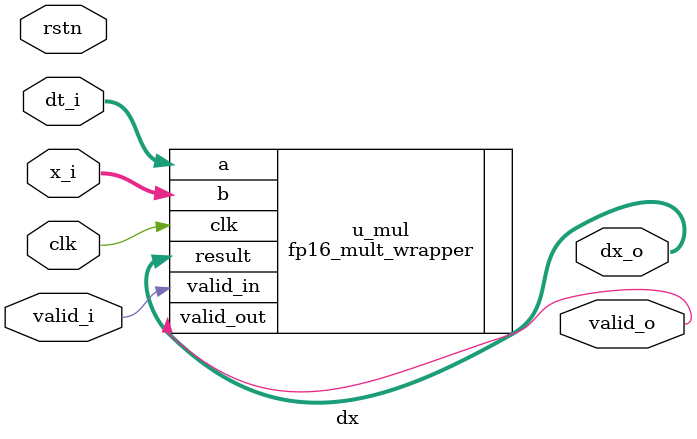
<source format=v>


module dx #(
  parameter integer DW       = 16,
  parameter integer MUL_LAT  = 6
)(
  input  wire          clk,
  input  wire          rstn,
  input  wire          valid_i,
  input  wire [DW-1:0] dt_i,
  input  wire [DW-1:0] x_i,
  output wire [DW-1:0] dx_o,
  output wire          valid_o
);
    fp16_mult_wrapper u_mul (
        .clk(clk),
        .valid_in(valid_i),
        .a(dt_i),
        .b(x_i),
        .result(dx_o),
        .valid_out(valid_o)
    );
endmodule

</source>
